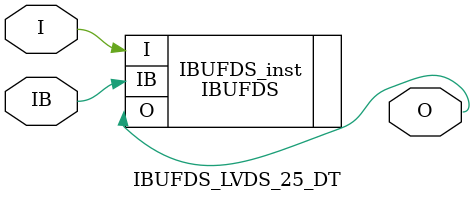
<source format=v>
`timescale 1ns / 1ps


module IBUFDS_LVDS_25_DT(I, IB, O);
    input I;
    input IB;
    output O;

   IBUFDS #(
      .DIFF_TERM("TRUE"),       // Differential Termination
      .IBUF_LOW_PWR("TRUE"),     // Low power="TRUE", Highest performance="FALSE" 
      .IOSTANDARD("LVDS_25_DT")     // Specify the input I/O standard
) IBUFDS_inst (
      .O(O),  // Clock buffer output
      .I(I),  // Diff_p clock buffer input (connect directly to top-level port)
      .IB(IB) // Diff_n clock buffer input (connect directly to top-level port)
   );

endmodule

</source>
